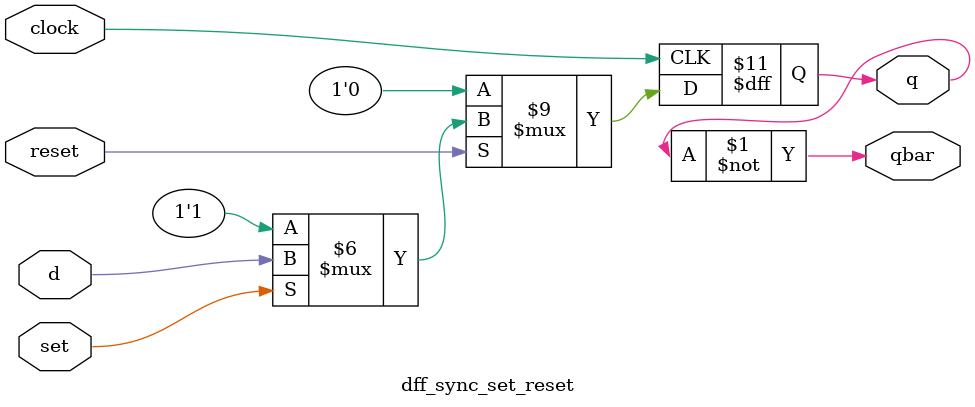
<source format=v>
`timescale 1ns / 1ps
module dff_sync_set_reset(q,qbar,d,set,reset,clock);
input set,reset,d,clock;
output q,qbar;
reg q;
assign qbar = ~q;
always@(posedge clock)
begin
if(reset==0)
q<=0;
else if(set==0)
q<=1;
else q<=d;
end
endmodule

</source>
